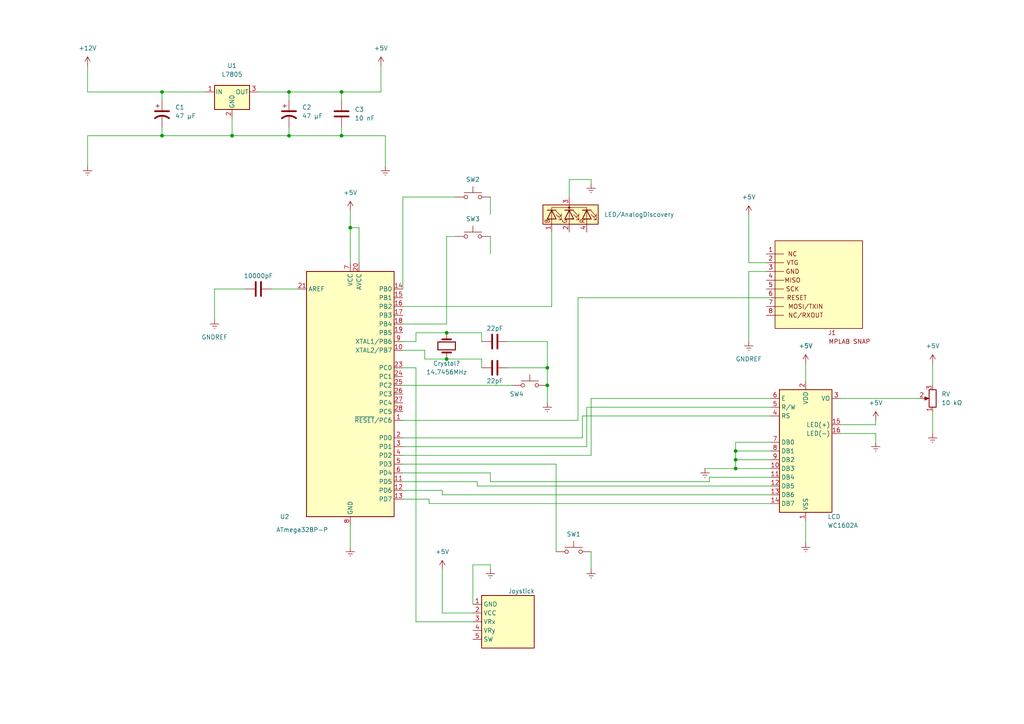
<source format=kicad_sch>
(kicad_sch (version 20211123) (generator eeschema)
  (paper "A4")
  (title_block (title "Waveform Gen") (date "2022-11-18") (rev "1") (company "University of Alberta"))
  (lib_symbols
    (symbol "AnalogJoystick:Joystick"
      (property "Reference" "U" (at -6.35 8.89 0))
      (property "Value" "Joystick" (at 1.27 8.89 0))
      (symbol "Joystick_0_1"
        (rectangle (start -7.62 7.62) (end 7.62 -7.62) (stroke (width 0.254)) (fill (type background)))
      )
      (symbol "Joystick_1_1"
        (pin power_out line (at -10.16 5.08 0) (length 2.54) (name "GND") (number "1"))
        (pin input line (at -10.16 2.54 0) (length 2.54) (name "VCC") (number "2"))
        (pin bidirectional line (at -10.16 0 0) (length 2.54) (name "VRx") (number "3"))
        (pin bidirectional line (at -10.16 -2.54 0) (length 2.54) (name "VRy") (number "4"))
        (pin bidirectional line (at -10.16 -5.08 0) (length 2.54) (name "SW") (number "5"))
      )
    )
    (symbol "Device:C" (pin_numbers hide) (pin_names (offset 0.254))
      (property "Reference" "C" (at 0.635 2.54 0))
      (property "Value" "C" (at 0.635 -2.54 0))
      (symbol "C_0_1"
        (polyline (pts (xy -2.032 -0.762) (xy 2.032 -0.762)) (stroke (width 0.508)))
        (polyline (pts (xy -2.032 0.762) (xy 2.032 0.762)) (stroke (width 0.508)))
      )
      (symbol "C_1_1"
        (pin passive line (at 0 3.81 270) (length 2.794) (name "~") (number "1"))
        (pin passive line (at 0 -3.81 90) (length 2.794) (name "~") (number "2"))
      )
    )
    (symbol "Device:C_Polarized_US" (pin_numbers hide) (pin_names (offset 0.254) hide)
      (property "Reference" "C" (at 0.635 2.54 0))
      (property "Value" "C_Polarized_US" (at 0.635 -2.54 0))
      (symbol "C_Polarized_US_0_1"
        (polyline (pts (xy -2.032 0.762) (xy 2.032 0.762)) (stroke (width 0.508)))
        (polyline (pts (xy -1.778 2.286) (xy -0.762 2.286)))
        (polyline (pts (xy -1.27 1.778) (xy -1.27 2.794)))
        (arc (start 2.032 -1.27) (mid 0 -0.5572) (end -2.032 -1.27) (stroke (width 0.508)))
      )
      (symbol "C_Polarized_US_1_1"
        (pin passive line (at 0 3.81 270) (length 2.794) (name "~") (number "1"))
        (pin passive line (at 0 -3.81 90) (length 3.302) (name "~") (number "2"))
      )
    )
    (symbol "Device:Crystal" (pin_numbers hide) (pin_names (offset 1.016) hide)
      (property "Reference" "Y" (at 0 3.81 0))
      (property "Value" "Crystal" (at 0 -3.81 0))
      (symbol "Crystal_0_1"
        (rectangle (start -1.143 2.54) (end 1.143 -2.54) (stroke (width 0.3048)))
        (polyline (pts (xy -2.54 0) (xy -1.905 0)))
        (polyline (pts (xy -1.905 -1.27) (xy -1.905 1.27)) (stroke (width 0.508)))
        (polyline (pts (xy 1.905 -1.27) (xy 1.905 1.27)) (stroke (width 0.508)))
        (polyline (pts (xy 2.54 0) (xy 1.905 0)))
      )
      (symbol "Crystal_1_1"
        (pin passive line (at -3.81 0 0) (length 1.27) (name "1") (number "1"))
        (pin passive line (at 3.81 0 180) (length 1.27) (name "2") (number "2"))
      )
    )
    (symbol "Device:LED_BGKR" (pin_names (offset 0) hide)
      (property "Reference" "D" (at 0 9.398 0))
      (property "Value" "LED_BGKR" (at 0 -8.89 0))
      (symbol "LED_BGKR_0_0"
        (text "B" (at 1.905 -6.35 0) (effects (font (size 1.27 1.27))))
        (text "G" (at 1.905 -1.27 0) (effects (font (size 1.27 1.27))))
        (text "R" (at 1.905 3.81 0) (effects (font (size 1.27 1.27))))
      )
      (symbol "LED_BGKR_0_1"
        (circle (center -2.032 0) (radius 0.254) (fill (type outline)))
        (polyline (pts (xy -1.27 -5.08) (xy 1.27 -5.08)))
        (polyline (pts (xy -1.27 -3.81) (xy -1.27 -6.35)) (stroke (width 0.254)))
        (polyline (pts (xy -1.27 0) (xy -2.54 0)))
        (polyline (pts (xy -1.27 1.27) (xy -1.27 -1.27)) (stroke (width 0.254)))
        (polyline (pts (xy -1.27 5.08) (xy 1.27 5.08)))
        (polyline (pts (xy -1.27 6.35) (xy -1.27 3.81)) (stroke (width 0.254)))
        (polyline (pts (xy 1.27 -5.08) (xy 2.54 -5.08)))
        (polyline (pts (xy 1.27 0) (xy -1.27 0)))
        (polyline (pts (xy 1.27 0) (xy 2.54 0)))
        (polyline (pts (xy 1.27 5.08) (xy 2.54 5.08)))
        (polyline (pts (xy -1.27 1.27) (xy -1.27 -1.27) (xy -1.27 -1.27)))
        (polyline (pts (xy -1.27 6.35) (xy -1.27 3.81) (xy -1.27 3.81)))
        (polyline (pts (xy -1.27 5.08) (xy -2.032 5.08) (xy -2.032 -5.08) (xy -1.016 -5.08)))
        (polyline (pts (xy 1.27 -3.81) (xy 1.27 -6.35) (xy -1.27 -5.08) (xy 1.27 -3.81)) (stroke (width 0.254)))
        (polyline (pts (xy 1.27 1.27) (xy 1.27 -1.27) (xy -1.27 0) (xy 1.27 1.27)) (stroke (width 0.254)))
        (polyline (pts (xy 1.27 6.35) (xy 1.27 3.81) (xy -1.27 5.08) (xy 1.27 6.35)) (stroke (width 0.254)))
        (polyline (pts (xy -1.016 -3.81) (xy 0.508 -2.286) (xy -0.254 -2.286) (xy 0.508 -2.286) (xy 0.508 -3.048)))
        (polyline (pts (xy -1.016 1.27) (xy 0.508 2.794) (xy -0.254 2.794) (xy 0.508 2.794) (xy 0.508 2.032)))
        (polyline (pts (xy -1.016 6.35) (xy 0.508 7.874) (xy -0.254 7.874) (xy 0.508 7.874) (xy 0.508 7.112)))
        (polyline (pts (xy 0 -3.81) (xy 1.524 -2.286) (xy 0.762 -2.286) (xy 1.524 -2.286) (xy 1.524 -3.048)))
        (polyline (pts (xy 0 1.27) (xy 1.524 2.794) (xy 0.762 2.794) (xy 1.524 2.794) (xy 1.524 2.032)))
        (polyline (pts (xy 0 6.35) (xy 1.524 7.874) (xy 0.762 7.874) (xy 1.524 7.874) (xy 1.524 7.112)))
        (rectangle (start 1.27 -1.27) (end 1.27 1.27))
        (rectangle (start 1.27 1.27) (end 1.27 1.27))
        (rectangle (start 1.27 3.81) (end 1.27 6.35))
        (rectangle (start 1.27 6.35) (end 1.27 6.35))
        (rectangle (start 2.794 8.382) (end -2.794 -7.62) (stroke (width 0.254)) (fill (type background)))
      )
      (symbol "LED_BGKR_1_1"
        (pin passive line (at 5.08 -5.08 180) (length 2.54) (name "BA") (number "1"))
        (pin passive line (at 5.08 0 180) (length 2.54) (name "GA") (number "2"))
        (pin passive line (at -5.08 0 0) (length 2.54) (name "K") (number "3"))
        (pin passive line (at 5.08 5.08 180) (length 2.54) (name "RA") (number "4"))
      )
    )
    (symbol "Device:R_Potentiometer" (pin_names (offset 1.016) hide)
      (property "Reference" "RV" (at -4.445 0 90))
      (property "Value" "R_Potentiometer" (at -2.54 0 90))
      (symbol "R_Potentiometer_0_1"
        (polyline (pts (xy 2.54 0) (xy 1.524 0)))
        (polyline (pts (xy 1.143 0) (xy 2.286 0.508) (xy 2.286 -0.508) (xy 1.143 0)) (fill (type outline)))
        (rectangle (start 1.016 2.54) (end -1.016 -2.54) (stroke (width 0.254)))
      )
      (symbol "R_Potentiometer_1_1"
        (pin passive line (at 0 3.81 270) (length 1.27) (name "1") (number "1"))
        (pin passive line (at 3.81 0 180) (length 1.27) (name "2") (number "2"))
        (pin passive line (at 0 -3.81 90) (length 1.27) (name "3") (number "3"))
      )
    )
    (symbol "Display_Character:WC1602A"
      (property "Reference" "LCD" (at 6.35 -19.05 0))
      (property "Value" "WC1602A" (at 6.35 -21.59 0))
      (symbol "WC1602A_1_1"
        (rectangle (start -7.62 17.78) (end 7.62 -17.78) (stroke (width 0.254)) (fill (type background)))
        (pin power_in line (at 0 -20.32 90) (length 2.54) (name "VSS") (number "1"))
        (pin input line (at -10.16 -5.08 0) (length 2.54) (name "DB3") (number "10"))
        (pin input line (at -10.16 -7.62 0) (length 2.54) (name "DB4") (number "11"))
        (pin input line (at -10.16 -10.16 0) (length 2.54) (name "DB5") (number "12"))
        (pin input line (at -10.16 -12.7 0) (length 2.54) (name "DB6") (number "13"))
        (pin input line (at -10.16 -15.24 0) (length 2.54) (name "DB7") (number "14"))
        (pin power_in line (at 10.16 7.62 180) (length 2.54) (name "LED(+)") (number "15"))
        (pin power_in line (at 10.16 5.08 180) (length 2.54) (name "LED(-)") (number "16"))
        (pin power_in line (at 0 20.32 270) (length 2.54) (name "VDD") (number "2"))
        (pin input line (at 10.16 15.24 180) (length 2.54) (name "VO") (number "3"))
        (pin input line (at -10.16 10.16 0) (length 2.54) (name "RS") (number "4"))
        (pin input line (at -10.16 12.7 0) (length 2.54) (name "R/W") (number "5"))
        (pin input line (at -10.16 15.24 0) (length 2.54) (name "E") (number "6"))
        (pin input line (at -10.16 2.54 0) (length 2.54) (name "DB0") (number "7"))
        (pin input line (at -10.16 0 0) (length 2.54) (name "DB1") (number "8"))
        (pin input line (at -10.16 -2.54 0) (length 2.54) (name "DB2") (number "9"))
      )
    )
    (symbol "MCU_Microchip_ATmega:ATmega328P-P"
      (property "Reference" "U" (at -12.7 36.83 0))
      (property "Value" "ATmega328P-P" (at 2.54 -36.83 0))
      (symbol "ATmega328P-P_0_1"
        (rectangle (start -12.7 -35.56) (end 12.7 35.56) (stroke (width 0.254)) (fill (type background)))
      )
      (symbol "ATmega328P-P_1_1"
        (pin bidirectional line (at 15.24 -7.62 180) (length 2.54) (name "~{RESET}/PC6") (number "1"))
        (pin bidirectional line (at 15.24 12.7 180) (length 2.54) (name "XTAL2/PB7") (number "10"))
        (pin bidirectional line (at 15.24 -25.4 180) (length 2.54) (name "PD5") (number "11"))
        (pin bidirectional line (at 15.24 -27.94 180) (length 2.54) (name "PD6") (number "12"))
        (pin bidirectional line (at 15.24 -30.48 180) (length 2.54) (name "PD7") (number "13"))
        (pin bidirectional line (at 15.24 30.48 180) (length 2.54) (name "PB0") (number "14"))
        (pin bidirectional line (at 15.24 27.94 180) (length 2.54) (name "PB1") (number "15"))
        (pin bidirectional line (at 15.24 25.4 180) (length 2.54) (name "PB2") (number "16"))
        (pin bidirectional line (at 15.24 22.86 180) (length 2.54) (name "PB3") (number "17"))
        (pin bidirectional line (at 15.24 20.32 180) (length 2.54) (name "PB4") (number "18"))
        (pin bidirectional line (at 15.24 17.78 180) (length 2.54) (name "PB5") (number "19"))
        (pin bidirectional line (at 15.24 -12.7 180) (length 2.54) (name "PD0") (number "2"))
        (pin power_in line (at 2.54 38.1 270) (length 2.54) (name "AVCC") (number "20"))
        (pin passive line (at -15.24 30.48 0) (length 2.54) (name "AREF") (number "21"))
        (pin passive line (at 0 -38.1 90) (length 2.54) hide (name "GND") (number "22"))
        (pin bidirectional line (at 15.24 7.62 180) (length 2.54) (name "PC0") (number "23"))
        (pin bidirectional line (at 15.24 5.08 180) (length 2.54) (name "PC1") (number "24"))
        (pin bidirectional line (at 15.24 2.54 180) (length 2.54) (name "PC2") (number "25"))
        (pin bidirectional line (at 15.24 0 180) (length 2.54) (name "PC3") (number "26"))
        (pin bidirectional line (at 15.24 -2.54 180) (length 2.54) (name "PC4") (number "27"))
        (pin bidirectional line (at 15.24 -5.08 180) (length 2.54) (name "PC5") (number "28"))
        (pin bidirectional line (at 15.24 -15.24 180) (length 2.54) (name "PD1") (number "3"))
        (pin bidirectional line (at 15.24 -17.78 180) (length 2.54) (name "PD2") (number "4"))
        (pin bidirectional line (at 15.24 -20.32 180) (length 2.54) (name "PD3") (number "5"))
        (pin bidirectional line (at 15.24 -22.86 180) (length 2.54) (name "PD4") (number "6"))
        (pin power_in line (at 0 38.1 270) (length 2.54) (name "VCC") (number "7"))
        (pin power_in line (at 0 -38.1 90) (length 2.54) (name "GND") (number "8"))
        (pin bidirectional line (at 15.24 15.24 180) (length 2.54) (name "XTAL1/PB6") (number "9"))
      )
    )
    (symbol "MCU_Microchip_ATtiny:ATtiny10-TS"
      (symbol "ATtiny10-TS_0_0"
        (text "1" (at -13.97 10.16 0) (effects (font (size 1.27 1.27))))
        (text "2" (at -13.97 7.62 0) (effects (font (size 1.27 1.27))))
        (text "3" (at -13.97 5.08 0) (effects (font (size 1.27 1.27))))
        (text "4" (at -13.97 2.54 0) (effects (font (size 1.27 1.27))))
        (text "5" (at -13.97 0 0) (effects (font (size 1.27 1.27))))
        (text "6" (at -13.97 -2.54 0) (effects (font (size 1.27 1.27))))
        (text "7" (at -13.97 -5.08 0) (effects (font (size 1.27 1.27))))
        (text "8" (at -13.97 -7.62 0) (effects (font (size 1.27 1.27))))
        (text "GND" (at -7.62 3.81 0) (effects (font (size 1.27 1.27))))
        (text "J1" (at 3.81 -13.97 0) (effects (font (size 1.27 1.27))))
        (text "MISO" (at -7.62 1.27 0) (effects (font (size 1.27 1.27))))
        (text "MOSI/TXIN" (at -3.81 -6.35 0) (effects (font (size 1.27 1.27))))
        (text "MPLAB SNAP" (at 8.89 -16.51 0) (effects (font (size 1.27 1.27))))
        (text "NC" (at -7.62 8.89 0) (effects (font (size 1.27 1.27))))
        (text "NC/RXOUT" (at -3.81 -8.89 0) (effects (font (size 1.27 1.27))))
        (text "RESET" (at -6.35 -3.81 0) (effects (font (size 1.27 1.27))))
        (text "SCK" (at -7.62 -1.27 0) (effects (font (size 1.27 1.27))))
        (text "VTG" (at -7.62 6.35 0) (effects (font (size 1.27 1.27))))
      )
      (symbol "ATtiny10-TS_0_1"
        (rectangle (start -12.7 -12.7) (end 12.7 12.7) (stroke (width 0.2)) (fill (type background)))
        (polyline (pts (xy -13.97 6.35) (xy -15.24 6.35)))
        (polyline (pts (xy -10.16 -8.89) (xy -15.24 -8.89)))
        (polyline (pts (xy -10.16 -6.35) (xy -15.24 -6.35)))
        (polyline (pts (xy -10.16 -3.81) (xy -15.24 -3.81)))
        (polyline (pts (xy -10.16 -1.27) (xy -15.24 -1.27)))
        (polyline (pts (xy -10.16 1.27) (xy -15.24 1.27)))
        (polyline (pts (xy -10.16 3.81) (xy -15.24 3.81)))
        (polyline (pts (xy -10.16 6.35) (xy -13.97 6.35)))
        (polyline (pts (xy -10.16 8.89) (xy -15.24 8.89)))
      )
    )
    (symbol "Regulator_Linear:L7805" (pin_names (offset 0.254))
      (property "Reference" "U" (at -3.81 3.175 0))
      (property "Value" "L7805" (at 0 3.175 0))
      (symbol "L7805_0_1"
        (rectangle (start -5.08 1.905) (end 5.08 -5.08) (stroke (width 0.254)) (fill (type background)))
      )
      (symbol "L7805_1_1"
        (pin power_in line (at -7.62 0 0) (length 2.54) (name "IN") (number "1"))
        (pin power_in line (at 0 -7.62 90) (length 2.54) (name "GND") (number "2"))
        (pin power_out line (at 7.62 0 180) (length 2.54) (name "OUT") (number "3"))
      )
    )
    (symbol "Switch:SW_Push" (pin_numbers hide) (pin_names (offset 1.016) hide)
      (property "Reference" "SW" (at 1.27 2.54 0))
      (property "Value" "SW_Push" (at 0 -1.524 0))
      (symbol "SW_Push_0_1"
        (circle (center -2.032 0) (radius 0.508))
        (polyline (pts (xy 0 1.27) (xy 0 3.048)))
        (polyline (pts (xy 2.54 1.27) (xy -2.54 1.27)))
        (circle (center 2.032 0) (radius 0.508))
        (pin passive line (at -5.08 0 0) (length 2.54) (name "1") (number "1"))
        (pin passive line (at 5.08 0 180) (length 2.54) (name "2") (number "2"))
      )
    )
    (symbol "power:+12V" (power) (pin_names (offset 0))
      (property "Value" "+12V" (at 0 3.556 0))
      (symbol "+12V_0_1"
        (polyline (pts (xy -0.762 1.27) (xy 0 2.54)))
        (polyline (pts (xy 0 0) (xy 0 2.54)))
        (polyline (pts (xy 0 2.54) (xy 0.762 1.27)))
      )
      (symbol "+12V_1_1"
        (pin power_in line (at 0 0 90) (length 0) hide (name "+12V") (number "1"))
      )
    )
    (symbol "power:+5V" (power) (pin_names (offset 0))
      (property "Value" "+5V" (at 0 3.556 0))
      (symbol "+5V_0_1"
        (polyline (pts (xy -0.762 1.27) (xy 0 2.54)))
        (polyline (pts (xy 0 0) (xy 0 2.54)))
        (polyline (pts (xy 0 2.54) (xy 0.762 1.27)))
      )
      (symbol "+5V_1_1"
        (pin power_in line (at 0 0 90) (length 0) hide (name "+5V") (number "1"))
      )
    )
    (symbol "power:Earth" (power) (pin_names (offset 0))
      (symbol "Earth_0_1"
        (polyline (pts (xy -0.635 -1.905) (xy 0.635 -1.905)))
        (polyline (pts (xy -0.127 -2.54) (xy 0.127 -2.54)))
        (polyline (pts (xy 0 -1.27) (xy 0 0)))
        (polyline (pts (xy 1.27 -1.27) (xy -1.27 -1.27)))
      )
      (symbol "Earth_1_1"
        (pin power_in line (at 0 0 270) (length 0) hide (name "Earth") (number "1"))
      )
    )
    (symbol "power:GNDREF" (power) (pin_names (offset 0))
      (property "Value" "GNDREF" (at 0 -3.81 0))
      (symbol "GNDREF_0_1"
        (polyline (pts (xy -0.635 -1.905) (xy 0.635 -1.905)))
        (polyline (pts (xy -0.127 -2.54) (xy 0.127 -2.54)))
        (polyline (pts (xy 0 -1.27) (xy 0 0)))
        (polyline (pts (xy 1.27 -1.27) (xy -1.27 -1.27)))
      )
      (symbol "GNDREF_1_1"
        (pin power_in line (at 0 0 270) (length 0) hide (name "GNDREF") (number "1"))
      )
    )
  )
  (junction (at 129.54 96.52))
  (junction (at 101.6 66.04))
  (junction (at 213.36 130.81))
  (junction (at 213.36 135.89))
  (junction (at 129.54 104.14))
  (junction (at 46.99 39.37))
  (junction (at 99.06 39.37))
  (junction (at 99.06 26.67))
  (junction (at 46.99 26.67))
  (junction (at 83.82 39.37))
  (junction (at 213.36 133.35))
  (junction (at 158.75 106.68))
  (junction (at 158.75 111.76))
  (junction (at 83.82 26.67))
  (junction (at 67.31 39.37))
  (wire (pts (xy 158.75 106.68) (xy 158.75 111.76)))
  (wire (pts (xy 171.45 115.57) (xy 171.45 132.08)))
  (wire (pts (xy 170.18 129.54) (xy 116.84 129.54)))
  (wire (pts (xy 67.31 34.29) (xy 67.31 39.37)))
  (wire (pts (xy 101.6 60.96) (xy 101.6 66.04)))
  (wire (pts (xy 137.16 163.83) (xy 142.24 163.83)))
  (wire (pts (xy 223.52 120.65) (xy 168.91 120.65)))
  (wire (pts (xy 124.46 144.78) (xy 116.84 144.78)))
  (wire (pts (xy 116.84 111.76) (xy 148.59 111.76)))
  (wire (pts (xy 46.99 26.67) (xy 25.4 26.67)))
  (wire (pts (xy 138.43 139.7) (xy 116.84 139.7)))
  (wire (pts (xy 123.19 101.6) (xy 123.19 104.14)))
  (wire (pts (xy 139.7 96.52) (xy 139.7 99.06)))
  (wire (pts (xy 129.54 93.98) (xy 116.84 93.98)))
  (wire (pts (xy 147.32 99.06) (xy 158.75 99.06)))
  (wire (pts (xy 254 125.73) (xy 254 128.27)))
  (wire (pts (xy 142.24 68.58) (xy 142.24 73.66)))
  (wire (pts (xy 116.84 134.62) (xy 161.29 134.62)))
  (wire (pts (xy 213.36 130.81) (xy 223.52 130.81)))
  (wire (pts (xy 217.17 78.74) (xy 217.17 99.06)))
  (wire (pts (xy 243.84 115.57) (xy 266.7 115.57)))
  (wire (pts (xy 223.52 140.97) (xy 138.43 140.97)))
  (wire (pts (xy 128.27 143.51) (xy 128.27 142.24)))
  (wire (pts (xy 168.91 127) (xy 116.84 127)))
  (wire (pts (xy 243.84 123.19) (xy 254 123.19)))
  (wire (pts (xy 138.43 140.97) (xy 138.43 139.7)))
  (wire (pts (xy 25.4 39.37) (xy 25.4 48.26)))
  (wire (pts (xy 223.52 115.57) (xy 171.45 115.57)))
  (wire (pts (xy 62.23 83.82) (xy 62.23 92.71)))
  (wire (pts (xy 222.25 76.2) (xy 217.17 76.2)))
  (wire (pts (xy 116.84 99.06) (xy 120.65 99.06)))
  (wire (pts (xy 116.84 101.6) (xy 123.19 101.6)))
  (wire (pts (xy 147.32 106.68) (xy 158.75 106.68)))
  (wire (pts (xy 161.29 134.62) (xy 161.29 160.02)))
  (wire (pts (xy 213.36 135.89) (xy 223.52 135.89)))
  (wire (pts (xy 137.16 177.8) (xy 128.27 177.8)))
  (wire (pts (xy 213.36 128.27) (xy 223.52 128.27)))
  (wire (pts (xy 116.84 88.9) (xy 160.02 88.9)))
  (wire (pts (xy 120.65 180.34) (xy 120.65 106.68)))
  (wire (pts (xy 101.6 66.04) (xy 101.6 76.2)))
  (wire (pts (xy 158.75 99.06) (xy 158.75 106.68)))
  (wire (pts (xy 116.84 121.92) (xy 167.64 121.92)))
  (wire (pts (xy 254 121.92) (xy 254 123.19)))
  (wire (pts (xy 233.68 151.13) (xy 233.68 157.48)))
  (wire (pts (xy 104.14 66.04) (xy 101.6 66.04)))
  (wire (pts (xy 83.82 26.67) (xy 83.82 29.21)))
  (wire (pts (xy 213.36 133.35) (xy 223.52 133.35)))
  (wire (pts (xy 123.19 104.14) (xy 129.54 104.14)))
  (wire (pts (xy 233.68 105.41) (xy 233.68 110.49)))
  (wire (pts (xy 205.74 139.7) (xy 142.24 139.7)))
  (wire (pts (xy 78.74 83.82) (xy 86.36 83.82)))
  (wire (pts (xy 83.82 36.83) (xy 83.82 39.37)))
  (wire (pts (xy 160.02 67.31) (xy 160.02 88.9)))
  (wire (pts (xy 99.06 26.67) (xy 99.06 29.21)))
  (wire (pts (xy 223.52 146.05) (xy 124.46 146.05)))
  (wire (pts (xy 46.99 39.37) (xy 25.4 39.37)))
  (wire (pts (xy 99.06 36.83) (xy 99.06 39.37)))
  (wire (pts (xy 270.51 105.41) (xy 270.51 111.76)))
  (wire (pts (xy 171.45 160.02) (xy 171.45 165.1)))
  (wire (pts (xy 213.36 128.27) (xy 213.36 130.81)))
  (wire (pts (xy 171.45 52.07) (xy 171.45 53.34)))
  (wire (pts (xy 104.14 76.2) (xy 104.14 66.04)))
  (wire (pts (xy 59.69 26.67) (xy 46.99 26.67)))
  (wire (pts (xy 217.17 62.23) (xy 217.17 76.2)))
  (wire (pts (xy 270.51 119.38) (xy 270.51 125.73)))
  (wire (pts (xy 158.75 111.76) (xy 158.75 116.84)))
  (wire (pts (xy 99.06 26.67) (xy 110.49 26.67)))
  (wire (pts (xy 110.49 19.05) (xy 110.49 26.67)))
  (wire (pts (xy 111.76 39.37) (xy 111.76 48.26)))
  (wire (pts (xy 46.99 26.67) (xy 46.99 29.21)))
  (wire (pts (xy 132.08 68.58) (xy 129.54 68.58)))
  (wire (pts (xy 132.08 57.15) (xy 116.84 57.15)))
  (wire (pts (xy 223.52 143.51) (xy 128.27 143.51)))
  (wire (pts (xy 167.64 86.36) (xy 223.52 86.36)))
  (wire (pts (xy 142.24 57.15) (xy 142.24 62.23)))
  (wire (pts (xy 129.54 104.14) (xy 139.7 104.14)))
  (wire (pts (xy 213.36 133.35) (xy 213.36 135.89)))
  (wire (pts (xy 223.52 118.11) (xy 170.18 118.11)))
  (wire (pts (xy 139.7 104.14) (xy 139.7 106.68)))
  (wire (pts (xy 137.16 163.83) (xy 137.16 175.26)))
  (wire (pts (xy 129.54 96.52) (xy 139.7 96.52)))
  (wire (pts (xy 168.91 120.65) (xy 168.91 127)))
  (wire (pts (xy 116.84 57.15) (xy 116.84 83.82)))
  (wire (pts (xy 142.24 139.7) (xy 142.24 137.16)))
  (wire (pts (xy 142.24 137.16) (xy 116.84 137.16)))
  (wire (pts (xy 222.25 78.74) (xy 217.17 78.74)))
  (wire (pts (xy 213.36 130.81) (xy 213.36 133.35)))
  (wire (pts (xy 124.46 146.05) (xy 124.46 144.78)))
  (wire (pts (xy 128.27 165.1) (xy 128.27 177.8)))
  (wire (pts (xy 120.65 96.52) (xy 129.54 96.52)))
  (wire (pts (xy 167.64 121.92) (xy 167.64 86.36)))
  (wire (pts (xy 223.52 138.43) (xy 205.74 138.43)))
  (wire (pts (xy 67.31 39.37) (xy 83.82 39.37)))
  (wire (pts (xy 142.24 163.83) (xy 142.24 165.1)))
  (wire (pts (xy 83.82 26.67) (xy 99.06 26.67)))
  (wire (pts (xy 171.45 132.08) (xy 116.84 132.08)))
  (wire (pts (xy 205.74 138.43) (xy 205.74 139.7)))
  (wire (pts (xy 67.31 39.37) (xy 46.99 39.37)))
  (wire (pts (xy 170.18 118.11) (xy 170.18 129.54)))
  (wire (pts (xy 101.6 152.4) (xy 101.6 158.75)))
  (wire (pts (xy 46.99 36.83) (xy 46.99 39.37)))
  (wire (pts (xy 165.1 57.15) (xy 165.1 52.07)))
  (wire (pts (xy 99.06 39.37) (xy 111.76 39.37)))
  (wire (pts (xy 120.65 106.68) (xy 116.84 106.68)))
  (wire (pts (xy 243.84 125.73) (xy 254 125.73)))
  (wire (pts (xy 120.65 99.06) (xy 120.65 96.52)))
  (wire (pts (xy 71.12 83.82) (xy 62.23 83.82)))
  (wire (pts (xy 83.82 39.37) (xy 99.06 39.37)))
  (wire (pts (xy 137.16 180.34) (xy 120.65 180.34)))
  (wire (pts (xy 128.27 142.24) (xy 116.84 142.24)))
  (wire (pts (xy 25.4 19.05) (xy 25.4 26.67)))
  (wire (pts (xy 213.36 135.89) (xy 204.47 135.89)))
  (wire (pts (xy 74.93 26.67) (xy 83.82 26.67)))
  (wire (pts (xy 129.54 68.58) (xy 129.54 93.98)))
  (wire (pts (xy 165.1 52.07) (xy 171.45 52.07)))
  (symbol (lib_id "power:GNDREF") (at 204.47 135.89 0) (unit 1)
    (property "Reference" "#PWR?" (effects hide))
    (property "Value" "GNDREF" (effects hide))
  )
  (symbol (lib_id "Regulator_Linear:L7805") (at 67.31 26.67 0) (unit 1)
    (property "Reference" "U1" (at 67.31 19.05 0))
    (property "Value" "L7805" (at 67.31 21.59 0))
    (property "Datasheet" "http://www.st.com/content/ccc/resource/technical/document/datasheet/41/4f/b3/b0/12/d4/47/88/CD00000444.pdf/files/CD00000444.pdf/jcr:content/translations/en.CD00000444.pdf" (effects hide))
  )
  (symbol (lib_id "power:GNDREF") (at 217.17 99.06 0) (unit 1)
    (property "Reference" "#PWR?" (effects hide))
    (property "Value" "GNDREF" (at 217.17 104.14 0))
  )
  (symbol (lib_id "power:Earth") (at 171.45 165.1 0) (unit 1)
    (property "Reference" "#PWR?" (effects hide))
    (property "Value" "Earth" (effects hide))
  )
  (symbol (lib_id "power:GNDREF") (at 254 128.27 0) (unit 1)
    (property "Reference" "#PWR?" (effects hide))
    (property "Value" "GNDREF" (effects hide))
  )
  (symbol (lib_id "Device:C") (at 99.06 33.02 0) (unit 1)
    (property "Reference" "C3" (at 102.87 31.7499 0) (effects (justify left)))
    (property "Value" "10 nF" (at 102.87 34.2899 0) (effects (justify left)))
  )
  (symbol (lib_id "power:GNDREF") (at 62.23 92.71 0) (unit 1)
    (property "Reference" "#PWR?" (effects hide))
    (property "Value" "GNDREF" (at 62.23 97.79 0))
  )
  (symbol (lib_id "power:GNDREF") (at 142.24 165.1 0) (unit 1)
    (property "Reference" "#PWR?" (effects hide))
    (property "Value" "GNDREF" (effects hide))
  )
  (symbol (lib_id "power:GNDREF") (at 270.51 125.73 0) (unit 1)
    (property "Reference" "#PWR?" (effects hide))
    (property "Value" "GNDREF" (effects hide))
  )
  (symbol (lib_id "power:GNDREF") (at 111.76 48.26 0) (unit 1)
    (property "Reference" "#PWR?" (effects hide))
    (property "Value" "GNDREF" (effects hide))
  )
  (symbol (lib_id "power:+5V") (at 128.27 165.1 0) (unit 1)
    (property "Reference" "#PWR?" (effects hide))
    (property "Value" "+5V" (at 128.27 160.02 0))
  )
  (symbol (lib_id "Device:C") (at 143.51 99.06 270) (unit 1)
    (property "Reference" "C?" (effects hide))
    (property "Value" "22pF" (at 143.51 95.25 90))
  )
  (symbol (lib_id "power:+5V") (at 110.49 19.05 0) (unit 1)
    (property "Reference" "#PWR?" (effects hide))
    (property "Value" "+5V" (at 110.49 13.97 0))
  )
  (symbol (lib_id "power:GNDREF") (at 101.6 158.75 0) (unit 1)
    (property "Reference" "#PWR?" (effects hide))
    (property "Value" "GNDREF" (effects hide))
  )
  (symbol (lib_id "power:+5V") (at 217.17 62.23 0) (unit 1)
    (property "Reference" "#PWR?" (effects hide))
    (property "Value" "+5V" (at 217.17 57.15 0))
  )
  (symbol (lib_id "MCU_Microchip_ATtiny:ATtiny10-TS") (at 237.49 82.55 0) (unit 1)
    (property "Reference" "U?" (effects hide))
    (property "Value" "ATtiny10-TS" (effects hide))
    (property "Footprint" "Package_TO_SOT_SMD:SOT-23-6" (effects hide))
    (property "Datasheet" "http://ww1.microchip.com/downloads/en/DeviceDoc/Atmel-8127-AVR-8-bit-Microcontroller-ATtiny4-ATtiny5-ATtiny9-ATtiny10_Datasheet.pdf" (effects hide))
  )
  (symbol (lib_id "power:+5V") (at 254 121.92 0) (unit 1)
    (property "Reference" "#PWR?" (effects hide))
    (property "Value" "+5V" (at 254 116.84 0))
  )
  (symbol (lib_id "Switch:SW_Push") (at 153.67 111.76 0) (unit 1)
    (property "Reference" "SW4" (at 149.86 114.3 0))
    (property "Value" "SW_Push" (effects hide))
  )
  (symbol (lib_id "power:+5V") (at 270.51 105.41 0) (unit 1)
    (property "Reference" "#PWR?" (effects hide))
    (property "Value" "+5V" (at 270.51 100.33 0))
  )
  (symbol (lib_id "AnalogJoystick:Joystick") (at 147.32 180.34 0) (unit 1)
    (property "Reference" "U?" (effects hide))
    (property "Value" "Joystick" (at 147.32 171.45 0) (effects (justify left)))
    (property "Footprint" "Package_SO:SOIC-8_3.9x4.9mm_P1.27mm" (effects hide))
    (property "Datasheet" "https://www.analog.com/media/en/technical-documentation/data-sheets/AD654.pdf" (effects hide))
  )
  (symbol (lib_id "MCU_Microchip_ATmega:ATmega328P-P") (at 101.6 114.3 0) (unit 1)
    (property "Reference" "U2" (at 82.55 149.86 0))
    (property "Value" "ATmega328P-P" (at 87.63 153.67 0))
    (property "Footprint" "Package_DIP:DIP-28_W7.62mm" (effects hide))
    (property "Datasheet" "http://ww1.microchip.com/downloads/en/DeviceDoc/ATmega328_P%20AVR%20MCU%20with%20picoPower%20Technology%20Data%20Sheet%2040001984A.pdf" (effects hide))
  )
  (symbol (lib_id "power:GNDREF") (at 171.45 53.34 0) (unit 1)
    (property "Reference" "#PWR?" (effects hide))
    (property "Value" "GNDREF" (effects hide))
  )
  (symbol (lib_id "power:+5V") (at 233.68 105.41 0) (unit 1)
    (property "Reference" "#PWR?" (effects hide))
    (property "Value" "+5V" (at 233.68 100.33 0))
  )
  (symbol (lib_id "power:GNDREF") (at 25.4 48.26 0) (unit 1)
    (property "Reference" "#PWR?" (effects hide))
    (property "Value" "GNDREF" (effects hide))
  )
  (symbol (lib_id "Device:C") (at 74.93 83.82 270) (unit 1)
    (property "Reference" "C?" (effects hide))
    (property "Value" "10000pF" (at 74.93 80.01 90))
  )
  (symbol (lib_id "power:+12V") (at 25.4 19.05 0) (unit 1)
    (property "Reference" "#PWR?" (effects hide))
    (property "Value" "+12V" (at 25.4 13.97 0))
  )
  (symbol (lib_id "power:GNDREF") (at 233.68 157.48 0) (unit 1)
    (property "Reference" "#PWR?" (effects hide))
    (property "Value" "GNDREF" (effects hide))
  )
  (symbol (lib_id "Device:C") (at 143.51 106.68 90) (unit 1)
    (property "Reference" "C?" (effects hide))
    (property "Value" "22pF" (at 143.51 110.49 90))
  )
  (symbol (lib_id "Device:C_Polarized_US") (at 83.82 33.02 0) (unit 1)
    (property "Reference" "C2" (at 87.63 31.1149 0) (effects (justify left)))
    (property "Value" "47 µF" (at 87.63 33.6549 0) (effects (justify left)))
  )
  (symbol (lib_id "Switch:SW_Push") (at 166.37 160.02 0) (unit 1)
    (property "Reference" "SW1" (at 166.37 154.94 0))
    (property "Value" "SW_Push" (effects hide))
  )
  (symbol (lib_id "power:+5V") (at 101.6 60.96 0) (unit 1)
    (property "Reference" "#PWR?" (effects hide))
    (property "Value" "+5V" (at 101.6 55.88 0))
  )
  (symbol (lib_id "Display_Character:WC1602A") (at 233.68 130.81 0) (unit 1)
    (property "Reference" "LCD" (at 240.03 149.86 0) (effects (justify left)))
    (property "Value" "WC1602A" (at 240.03 152.4 0) (effects (justify left)))
    (property "Footprint" "Display:WC1602A" (effects hide))
    (property "Datasheet" "http://www.wincomlcd.com/pdf/WC1602A-SFYLYHTC06.pdf" (effects hide))
  )
  (symbol (lib_id "power:GNDREF") (at 158.75 116.84 0) (unit 1)
    (property "Reference" "#PWR?" (effects hide))
    (property "Value" "GNDREF" (effects hide))
  )
  (symbol (lib_id "Device:Crystal") (at 129.54 100.33 90) (unit 1)
    (property "Reference" "Crystal?" (at 129.54 105.41 90))
    (property "Value" "14.7456MHz" (at 129.54 107.95 90))
  )
  (symbol (lib_id "Switch:SW_Push") (at 137.16 68.58 0) (unit 1)
    (property "Reference" "SW3" (at 137.16 63.5 0))
    (property "Value" "SW_Push" (effects hide))
  )
  (symbol (lib_id "Device:R_Potentiometer") (at 270.51 115.57 180) (unit 1)
    (property "Reference" "RV" (at 273.05 114.2999 0) (effects (justify right)))
    (property "Value" "10 kΩ" (at 273.05 116.8399 0) (effects (justify right)))
  )
  (symbol (lib_id "Device:LED_BGKR") (at 165.1 62.23 270) (unit 1)
    (property "Reference" "LED/AnalogDiscovery" (at 175.26 62.2299 90) (effects (justify left)))
    (property "Value" "LED_BGKR" (effects hide))
  )
  (symbol (lib_id "Switch:SW_Push") (at 137.16 57.15 0) (unit 1)
    (property "Reference" "SW2" (at 137.16 52.07 0))
    (property "Value" "SW_Push" (effects hide))
  )
  (symbol (lib_id "Device:C_Polarized_US") (at 46.99 33.02 0) (unit 1)
    (property "Reference" "C1" (at 50.8 31.1149 0) (effects (justify left)))
    (property "Value" "47 µF" (at 50.8 33.6549 0) (effects (justify left)))
  )
)
</source>
